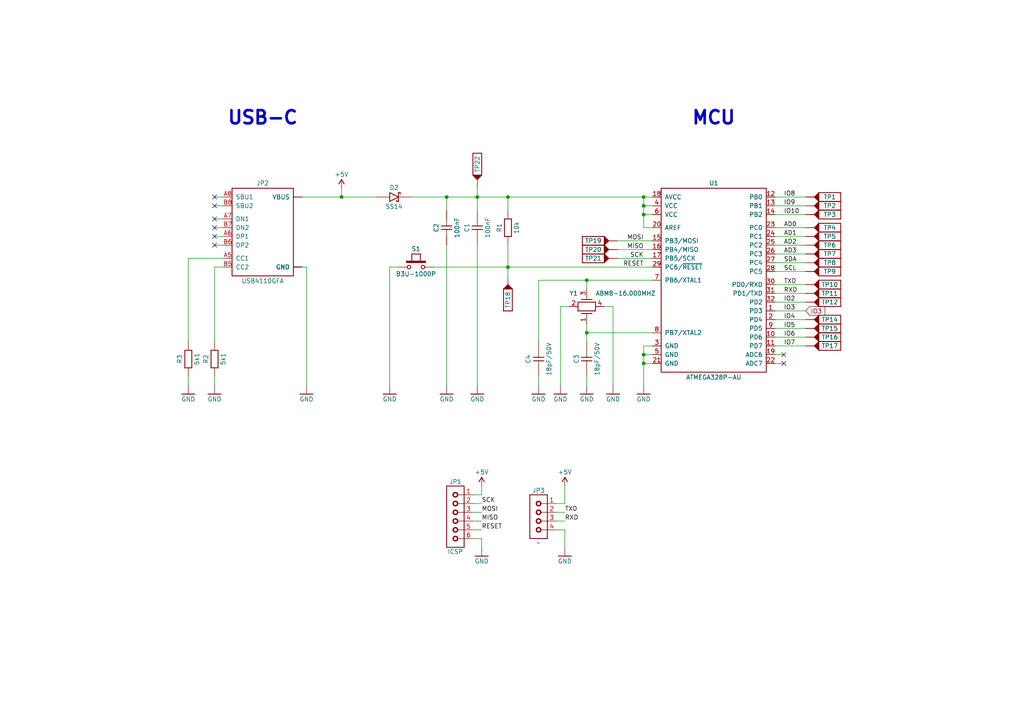
<source format=kicad_sch>
(kicad_sch (version 20250114) (generator "eeschema") (generator_version "9.0")
  (paper "A4")
  (title_block (title "PF 2026") (date "2025-12-15") (rev "R1.0"))
  (lib_symbols
    (symbol "bc-connector:JP-USB4110GFA" (pin_names (offset 1.016))
      (property "Reference" "JP" (at 0 13.462 0))
      (property "Value" "USB4110GFA" (at 0 -13.462 0))
      (symbol "JP-USB4110GFA_0_0"
        (pin bidirectional line (at 11.43 10.16 180) (length 2.54) (name "SBU1") (number "A8"))
        (pin bidirectional line (at 11.43 7.62 180) (length 2.54) (name "SBU2") (number "B8"))
        (pin bidirectional line (at 11.43 3.81 180) (length 2.54) (name "DN1") (number "A7"))
        (pin bidirectional line (at 11.43 1.27 180) (length 2.54) (name "DN2") (number "B7"))
        (pin bidirectional line (at 11.43 -1.27 180) (length 2.54) (name "DP1") (number "A6"))
        (pin bidirectional line (at 11.43 -3.81 180) (length 2.54) (name "DP2") (number "B6"))
        (pin bidirectional line (at 11.43 -10.16 180) (length 2.54) (name "CC2") (number "B5"))
      )
      (symbol "JP-USB4110GFA_1_0"
        (rectangle (start -8.89 12.7) (end 8.89 -12.7) (stroke (width 0.254)))
        (pin power_in line (at -11.43 10.16 0) (length 2.54) (name "VBUS") (number "A4/B9"))
        (pin power_in line (at -11.43 10.16 0) (length 2.54) (name "VBUS") (number "B4/A9"))
        (pin power_in line (at -11.43 -10.16 0) (length 2.54) (name "GND") (number "A1/B12"))
        (pin power_in line (at -11.43 -10.16 0) (length 2.54) (name "GND") (number "B1/A12"))
        (pin power_in line (at -11.43 -10.16 0) (length 2.54) (name "GND") (number "S1"))
        (pin power_in line (at -11.43 -10.16 0) (length 2.54) (name "GND") (number "S2"))
        (pin power_in line (at -11.43 -10.16 0) (length 2.54) (name "GND") (number "S3"))
        (pin power_in line (at -11.43 -10.16 0) (length 2.54) (name "GND") (number "S4"))
        (pin bidirectional line (at 11.43 -7.62 180) (length 2.54) (name "CC1") (number "A5"))
      )
    )
    (symbol "bh-capacitor:C-0402-100NF"
      (property "Reference" "C" (at -2.286 0 90))
      (property "Value" "100nF" (at 2.286 0 90))
      (symbol "C-0402-100NF_1_0"
        (polyline (pts (xy -1.524 0.508) (xy 0 0.508)) (stroke (width 0.254)))
        (polyline (pts (xy 0 0.508) (xy 0 2.54)) (stroke (width 0.1524)))
        (polyline (pts (xy 0 0.508) (xy 1.524 0.508)) (stroke (width 0.254)))
        (polyline (pts (xy 0 -0.508) (xy -1.524 -0.508)) (stroke (width 0.254)))
        (polyline (pts (xy 0 -2.54) (xy 0 -0.508)) (stroke (width 0.1524)))
        (polyline (pts (xy 1.524 -0.508) (xy 0 -0.508)) (stroke (width 0.254)))
        (pin passive line (at 0 5.08 270) (length 2.54) (name "1") (number "1"))
        (pin passive line (at 0 -5.08 90) (length 2.54) (name "2") (number "2"))
      )
    )
    (symbol "bh-capacitor:C-0402-18PF-50V"
      (property "Reference" "C" (at -2.286 0 90))
      (property "Value" "18pF/50V" (at 2.286 0 90))
      (symbol "C-0402-18PF-50V_1_0"
        (polyline (pts (xy -1.524 0.508) (xy 0 0.508)) (stroke (width 0.254)))
        (polyline (pts (xy 0 0.508) (xy 0 2.54)) (stroke (width 0.1524)))
        (polyline (pts (xy 0 0.508) (xy 1.524 0.508)) (stroke (width 0.254)))
        (polyline (pts (xy 0 -0.508) (xy -1.524 -0.508)) (stroke (width 0.254)))
        (polyline (pts (xy 0 -2.54) (xy 0 -0.508)) (stroke (width 0.1524)))
        (polyline (pts (xy 1.524 -0.508) (xy 0 -0.508)) (stroke (width 0.254)))
        (pin passive line (at 0 5.08 270) (length 2.54) (name "1") (number "1"))
        (pin passive line (at 0 -5.08 90) (length 2.54) (name "2") (number "2"))
      )
    )
    (symbol "bh-crystal:Y-ABM8-16.000MHZ-7-1-U-T"
      (property "Reference" "Y" (at 3.81 2.54 0))
      (property "Value" "ABM8-16.000MHZ" (at 3.81 -2.54 0))
      (symbol "Y-ABM8-16.000MHZ-7-1-U-T_1_0"
        (polyline (pts (xy -2.54 0) (xy -2.032 0)) (stroke (width 0.1524)))
        (polyline (pts (xy -2.032 1.524) (xy -2.032 0)) (stroke (width 0.254)))
        (polyline (pts (xy -2.032 0) (xy -2.032 -1.524)) (stroke (width 0.254)))
        (polyline (pts (xy -1.27 2.54) (xy -1.27 -2.54)) (stroke (width 0.254)))
        (polyline (pts (xy -1.27 -2.54) (xy 1.27 -2.54)) (stroke (width 0.254)))
        (polyline (pts (xy 1.27 2.54) (xy -1.27 2.54)) (stroke (width 0.254)))
        (polyline (pts (xy 1.27 2.54) (xy 1.27 -2.54)) (stroke (width 0.254)))
        (polyline (pts (xy 2.032 1.524) (xy 2.032 0)) (stroke (width 0.254)))
        (polyline (pts (xy 2.032 0) (xy 2.032 -1.524)) (stroke (width 0.254)))
        (polyline (pts (xy 2.54 0) (xy 2.032 0)) (stroke (width 0.1524)))
        (pin passive line (at -5.08 0 0) (length 2.54) (name "Y1") (number "1"))
        (pin passive line (at 0 5.08 270) (length 2.54) (name "GND1") (number "2"))
        (pin passive line (at 0 -5.08 90) (length 2.54) (name "GND2") (number "4"))
        (pin passive line (at 5.08 0 180) (length 2.54) (name "Y2") (number "3"))
      )
    )
    (symbol "bh-discrete:D-SS14"
      (property "Reference" "D" (at 0 2.032 0))
      (property "Value" "SS14" (at 0 -2.032 0))
      (symbol "D-SS14_1_0"
        (polyline (pts (xy -2.54 0) (xy -1.27 0)) (stroke (width 0.1524)))
        (polyline (pts (xy -1.27 1.27) (xy -1.27 0)) (stroke (width 0.254)))
        (polyline (pts (xy -1.27 0) (xy -1.27 -1.27)) (stroke (width 0.254)))
        (polyline (pts (xy -1.27 -1.27) (xy 1.27 0)) (stroke (width 0.254)))
        (polyline (pts (xy 0.762 -1.27) (xy 0.762 -0.889)) (stroke (width 0.254)))
        (polyline (pts (xy 1.27 1.27) (xy 1.27 0)) (stroke (width 0.254)))
        (polyline (pts (xy 1.27 1.27) (xy 1.778 1.27)) (stroke (width 0.254)))
        (polyline (pts (xy 1.27 0) (xy -1.27 1.27)) (stroke (width 0.254)))
        (polyline (pts (xy 1.27 0) (xy 1.27 -1.27)) (stroke (width 0.254)))
        (polyline (pts (xy 1.27 -1.27) (xy 0.762 -1.27)) (stroke (width 0.254)))
        (polyline (pts (xy 1.778 0.889) (xy 1.778 1.27)) (stroke (width 0.254)))
        (polyline (pts (xy 2.54 0) (xy 1.27 0)) (stroke (width 0.1524)))
        (pin passive line (at -5.08 0 0) (length 2.54) (name "2") (number "2"))
        (pin passive line (at 5.08 0 180) (length 2.54) (name "1") (number "1"))
      )
    )
    (symbol "bh-header:HEADER-4-PIN-THT"
      (property "Reference" "JP" (at 0 8.128 0))
      (symbol "HEADER-4-PIN-THT_1_0"
        (polyline (pts (xy -2.54 7.62) (xy -2.54 0)) (stroke (width 0.254)))
        (polyline (pts (xy -2.54 5.08) (xy -0.635 5.08)) (stroke (width 0.1524)))
        (polyline (pts (xy -2.54 2.54) (xy -0.635 2.54)) (stroke (width 0.1524)))
        (polyline (pts (xy -2.54 0) (xy -2.54 -5.08)) (stroke (width 0.254)))
        (polyline (pts (xy -2.54 0) (xy -0.635 0)) (stroke (width 0.1524)))
        (polyline (pts (xy -2.54 -2.54) (xy -0.635 -2.54)) (stroke (width 0.1524)))
        (polyline (pts (xy -2.54 -5.08) (xy 2.54 -5.08)) (stroke (width 0.254)))
        (circle (center 0 5.08) (radius 0.635) (stroke (width 0.3962)))
        (circle (center 0 2.54) (radius 0.635) (stroke (width 0.3962)))
        (circle (center 0 0) (radius 0.635) (stroke (width 0.3962)))
        (circle (center 0 -2.54) (radius 0.635) (stroke (width 0.3962)))
        (polyline (pts (xy 2.54 7.62) (xy -2.54 7.62)) (stroke (width 0.254)))
        (polyline (pts (xy 2.54 -5.08) (xy 2.54 7.62)) (stroke (width 0.254)))
        (pin passive line (at -5.08 5.08 0) (length 2.54) (name "1") (number "1"))
        (pin passive line (at -5.08 2.54 0) (length 2.54) (name "2") (number "2"))
        (pin passive line (at -5.08 0 0) (length 2.54) (name "3") (number "3"))
        (pin passive line (at -5.08 -2.54 0) (length 2.54) (name "4") (number "4"))
      )
    )
    (symbol "bh-header:HEADER-6-PIN-THT"
      (property "Reference" "JP" (at 0 10.668 0))
      (symbol "HEADER-6-PIN-THT_1_0"
        (polyline (pts (xy -2.54 10.16) (xy -2.54 2.54)) (stroke (width 0.254)))
        (polyline (pts (xy -2.54 7.62) (xy -0.635 7.62)) (stroke (width 0.1524)))
        (polyline (pts (xy -2.54 5.08) (xy -0.635 5.08)) (stroke (width 0.1524)))
        (polyline (pts (xy -2.54 2.54) (xy -2.54 -7.62)) (stroke (width 0.254)))
        (polyline (pts (xy -2.54 2.54) (xy -0.635 2.54)) (stroke (width 0.1524)))
        (polyline (pts (xy -2.54 0) (xy -0.635 0)) (stroke (width 0.1524)))
        (polyline (pts (xy -2.54 -2.54) (xy -0.635 -2.54)) (stroke (width 0.1524)))
        (polyline (pts (xy -2.54 -5.08) (xy -0.635 -5.08)) (stroke (width 0.1524)))
        (polyline (pts (xy -2.54 -7.62) (xy 2.54 -7.62)) (stroke (width 0.254)))
        (circle (center 0 7.62) (radius 0.635) (stroke (width 0.3962)))
        (circle (center 0 5.08) (radius 0.635) (stroke (width 0.3962)))
        (circle (center 0 2.54) (radius 0.635) (stroke (width 0.3962)))
        (circle (center 0 0) (radius 0.635) (stroke (width 0.3962)))
        (circle (center 0 -2.54) (radius 0.635) (stroke (width 0.3962)))
        (circle (center 0 -5.08) (radius 0.635) (stroke (width 0.3962)))
        (polyline (pts (xy 2.54 10.16) (xy -2.54 10.16)) (stroke (width 0.254)))
        (polyline (pts (xy 2.54 -7.62) (xy 2.54 10.16)) (stroke (width 0.254)))
        (pin passive line (at -5.08 7.62 0) (length 2.54) (name "1") (number "1"))
        (pin passive line (at -5.08 5.08 0) (length 2.54) (name "2") (number "2"))
        (pin passive line (at -5.08 2.54 0) (length 2.54) (name "3") (number "3"))
        (pin passive line (at -5.08 0 0) (length 2.54) (name "4") (number "4"))
        (pin passive line (at -5.08 -2.54 0) (length 2.54) (name "5") (number "5"))
        (pin passive line (at -5.08 -5.08 0) (length 2.54) (name "6") (number "6"))
      )
    )
    (symbol "bh-microcontroller:U-ATMEGA328P-AU" (pin_names (offset 1.016))
      (property "Reference" "U" (at 0 27.432 0))
      (property "Value" "ATMEGA328P-AU" (at 0 -27.432 0))
      (symbol "U-ATMEGA328P-AU_0_0"
        (pin power_in line (at -17.78 24.13 0) (length 2.54) (name "AVCC") (number "18"))
        (pin power_in line (at -17.78 21.59 0) (length 2.54) (name "VCC") (number "4"))
        (pin input line (at -17.78 15.24 0) (length 2.54) (name "AREF") (number "20"))
        (pin bidirectional line (at -17.78 3.81 0) (length 2.54) (name "PC6/~{RESET}") (number "29"))
        (pin power_in line (at -17.78 -19.05 0) (length 2.54) (name "GND") (number "3"))
        (pin bidirectional line (at 17.78 21.59 180) (length 2.54) (name "PB1") (number "13"))
        (pin bidirectional line (at 17.78 19.05 180) (length 2.54) (name "PB2") (number "14"))
        (pin bidirectional line (at 17.78 15.24 180) (length 2.54) (name "PC0") (number "23"))
        (pin bidirectional line (at 17.78 12.7 180) (length 2.54) (name "PC1") (number "24"))
        (pin bidirectional line (at 17.78 10.16 180) (length 2.54) (name "PC2") (number "25"))
        (pin bidirectional line (at 17.78 7.62 180) (length 2.54) (name "PC3") (number "26"))
        (pin bidirectional line (at 17.78 5.08 180) (length 2.54) (name "PC4") (number "27"))
        (pin bidirectional line (at 17.78 2.54 180) (length 2.54) (name "PC5") (number "28"))
        (pin bidirectional line (at 17.78 -6.35 180) (length 2.54) (name "PD2") (number "32"))
        (pin bidirectional line (at 17.78 -8.89 180) (length 2.54) (name "PD3") (number "1"))
        (pin bidirectional line (at 17.78 -11.43 180) (length 2.54) (name "PD4") (number "2"))
        (pin bidirectional line (at 17.78 -13.97 180) (length 2.54) (name "PD5") (number "9"))
        (pin bidirectional line (at 17.78 -16.51 180) (length 2.54) (name "PD6") (number "10"))
        (pin bidirectional line (at 17.78 -19.05 180) (length 2.54) (name "PD7") (number "11"))
        (pin bidirectional line (at 17.78 -21.59 180) (length 2.54) (name "ADC6") (number "19"))
        (pin bidirectional line (at 17.78 -24.13 180) (length 2.54) (name "ADC7") (number "22"))
      )
      (symbol "U-ATMEGA328P-AU_1_0"
        (rectangle (start -15.24 26.67) (end 15.24 -26.67) (stroke (width 0.254)))
        (pin power_in line (at -17.78 19.05 0) (length 2.54) (name "VCC") (number "6"))
        (pin bidirectional line (at -17.78 11.43 0) (length 2.54) (name "PB3/MOSI") (number "15"))
        (pin bidirectional line (at -17.78 8.89 0) (length 2.54) (name "PB4/MISO") (number "16"))
        (pin bidirectional line (at -17.78 6.35 0) (length 2.54) (name "PB5/SCK") (number "17"))
        (pin bidirectional line (at -17.78 0 0) (length 2.54) (name "PB6/XTAL1") (number "7"))
        (pin bidirectional line (at -17.78 -15.24 0) (length 2.54) (name "PB7/XTAL2") (number "8"))
        (pin power_in line (at -17.78 -21.59 0) (length 2.54) (name "GND") (number "5"))
        (pin power_in line (at -17.78 -24.13 0) (length 2.54) (name "GND") (number "21"))
        (pin bidirectional line (at 17.78 24.13 180) (length 2.54) (name "PB0") (number "12"))
        (pin bidirectional line (at 17.78 -1.27 180) (length 2.54) (name "PD0/RXD") (number "30"))
        (pin bidirectional line (at 17.78 -3.81 180) (length 2.54) (name "PD1/TXD") (number "31"))
      )
    )
    (symbol "bh-resistor:R-0402-10K"
      (property "Reference" "R" (at 0 1.778 0))
      (property "Value" "10k" (at 0 -1.778 0))
      (symbol "R-0402-10K_1_0"
        (polyline (pts (xy -2.54 1.016) (xy 2.54 1.016)) (stroke (width 0.254)))
        (polyline (pts (xy -2.54 -1.016) (xy -2.54 1.016)) (stroke (width 0.254)))
        (polyline (pts (xy 2.54 1.016) (xy 2.54 -1.016)) (stroke (width 0.254)))
        (polyline (pts (xy 2.54 -1.016) (xy -2.54 -1.016)) (stroke (width 0.254)))
        (pin passive line (at -5.08 0 0) (length 2.54) (name "1") (number "1"))
        (pin passive line (at 5.08 0 180) (length 2.54) (name "2") (number "2"))
      )
    )
    (symbol "bh-resistor:R-0402-5K1"
      (property "Reference" "R" (at 0 1.778 0))
      (property "Value" "5k1" (at 0 -1.778 0))
      (symbol "R-0402-5K1_1_0"
        (polyline (pts (xy -2.54 1.016) (xy 2.54 1.016)) (stroke (width 0.254)))
        (polyline (pts (xy -2.54 -1.016) (xy -2.54 1.016)) (stroke (width 0.254)))
        (polyline (pts (xy 2.54 1.016) (xy 2.54 -1.016)) (stroke (width 0.254)))
        (polyline (pts (xy 2.54 -1.016) (xy -2.54 -1.016)) (stroke (width 0.254)))
        (pin passive line (at -5.08 0 0) (length 2.54) (name "1") (number "1"))
        (pin passive line (at 5.08 0 180) (length 2.54) (name "2") (number "2"))
      )
    )
    (symbol "bh-supply:+5V" (power)
      (property "Value" "+5V" (at 0 3.302 0))
      (symbol "+5V_1_0"
        (polyline (pts (xy 0 2.54) (xy -0.762 1.27)) (stroke (width 0.254)))
        (polyline (pts (xy 0.762 1.27) (xy 0 2.54)) (stroke (width 0.254)))
        (pin power_in line (at 0 0 90) (length 2.54) (name "+5V") (number "1"))
      )
    )
    (symbol "bh-supply:GND" (power)
      (property "Value" "GND" (at 0 -0.762 0))
      (symbol "GND_1_0"
        (polyline (pts (xy -1.905 0) (xy 1.905 0)) (stroke (width 0.254)))
        (pin power_in line (at 0 2.54 270) (length 2.54) (name "GND") (number "1"))
      )
    )
    (symbol "bh-switch:S-B3U-1000P"
      (property "Reference" "S" (at 0 4.572 0))
      (property "Value" "B3U-1000P" (at 0 -1.27 0))
      (symbol "S-B3U-1000P_1_0"
        (polyline (pts (xy -5.08 0) (xy -2.54 0)) (stroke (width 0.1524)))
        (rectangle (start -2.794 1.27) (end 2.794 1.778) (fill (type outline)))
        (circle (center -2.032 0) (radius 0.508) (stroke (width 0.254)))
        (polyline (pts (xy -1.2065 3.81) (xy 1.27 3.81)) (stroke (width 0.254)))
        (polyline (pts (xy -1.2065 1.524) (xy -1.2065 3.81)) (stroke (width 0.254)))
        (polyline (pts (xy 1.27 3.81) (xy 1.27 1.524)) (stroke (width 0.254)))
        (circle (center 2.032 0) (radius 0.508) (stroke (width 0.254)))
        (polyline (pts (xy 2.54 0) (xy 5.08 0)) (stroke (width 0.1524)))
        (pin passive line (at -5.08 0 0) (length 0) (name "1") (number "1"))
        (pin passive line (at 5.08 0 180) (length 0) (name "2") (number "2"))
      )
    )
    (symbol "bh-testpoint:TP-1.0-MM"
      (property "Reference" "TP" (at 6.985 0 0))
      (symbol "TP-1.0-MM_1_0"
        (polyline (pts (xy 2.54 0) (xy 3.81 1.27)) (stroke (width 0.254)))
        (polyline (pts (xy 2.794 -0.127) (xy 2.794 0.127)) (stroke (width 0.254)))
        (polyline (pts (xy 2.921 0.254) (xy 2.921 -0.254)) (stroke (width 0.254)))
        (polyline (pts (xy 3.048 0.381) (xy 3.048 -0.381)) (stroke (width 0.254)))
        (polyline (pts (xy 3.175 0.508) (xy 3.175 -0.508)) (stroke (width 0.254)))
        (polyline (pts (xy 3.302 0.635) (xy 3.302 -0.635)) (stroke (width 0.254)))
        (polyline (pts (xy 3.429 0.762) (xy 3.429 -0.762)) (stroke (width 0.254)))
        (polyline (pts (xy 3.556 0.889) (xy 3.556 -0.889)) (stroke (width 0.254)))
        (polyline (pts (xy 3.683 1.016) (xy 3.683 -1.016)) (stroke (width 0.254)))
        (polyline (pts (xy 3.81 1.27) (xy 3.81 -1.27)) (stroke (width 0.254)))
        (polyline (pts (xy 3.81 1.27) (xy 10.16 1.27)) (stroke (width 0.254)))
        (polyline (pts (xy 3.81 -1.27) (xy 2.54 0)) (stroke (width 0.254)))
        (polyline (pts (xy 10.16 1.27) (xy 10.16 -1.27)) (stroke (width 0.254)))
        (polyline (pts (xy 10.16 -1.27) (xy 3.81 -1.27)) (stroke (width 0.254)))
        (pin passive line (at 0 0 0) (length 2.54) (name "0") (number "0"))
      )
    )
  )
  (text "MCU" (at 207.01 34.29 0) (effects (font (size 3.81 3.81) (thickness 0.762) (bold yes))))
  (text "USB-C" (at 76.2 34.29 0) (effects (font (size 3.81 3.81) (thickness 0.762) (bold yes))))
  (junction (at 129.54 57.15))
  (junction (at 186.69 105.41))
  (junction (at 186.69 102.87))
  (junction (at 147.32 77.47))
  (junction (at 170.18 96.52))
  (junction (at 147.32 57.15))
  (junction (at 138.43 57.15))
  (junction (at 186.69 59.69))
  (junction (at 170.18 81.28))
  (junction (at 186.69 62.23))
  (junction (at 99.06 57.15))
  (junction (at 186.69 57.15))
  (no_connect (at 62.23 63.5))
  (no_connect (at 62.23 59.69))
  (no_connect (at 62.23 68.58))
  (no_connect (at 62.23 66.04))
  (no_connect (at 227.33 102.87))
  (no_connect (at 227.33 105.41))
  (no_connect (at 62.23 71.12))
  (no_connect (at 62.23 57.15))
  (wire (pts (xy 179.07 72.39) (xy 189.23 72.39)))
  (wire (pts (xy 175.26 88.9) (xy 177.8 88.9)))
  (wire (pts (xy 137.16 151.13) (xy 139.7 151.13)))
  (wire (pts (xy 156.21 109.22) (xy 156.21 111.76)))
  (wire (pts (xy 224.79 102.87) (xy 227.33 102.87)))
  (wire (pts (xy 224.79 73.66) (xy 233.68 73.66)))
  (wire (pts (xy 224.79 71.12) (xy 233.68 71.12)))
  (wire (pts (xy 147.32 77.47) (xy 189.23 77.47)))
  (wire (pts (xy 186.69 105.41) (xy 186.69 111.76)))
  (wire (pts (xy 147.32 71.12) (xy 147.32 77.47)))
  (wire (pts (xy 224.79 95.25) (xy 233.68 95.25)))
  (wire (pts (xy 139.7 140.97) (xy 139.7 143.51)))
  (wire (pts (xy 186.69 105.41) (xy 186.69 102.87)))
  (wire (pts (xy 64.77 71.12) (xy 62.23 71.12)))
  (wire (pts (xy 129.54 71.12) (xy 129.54 111.76)))
  (wire (pts (xy 138.43 71.12) (xy 138.43 111.76)))
  (wire (pts (xy 224.79 68.58) (xy 233.68 68.58)))
  (wire (pts (xy 186.69 57.15) (xy 186.69 59.69)))
  (wire (pts (xy 224.79 57.15) (xy 233.68 57.15)))
  (wire (pts (xy 62.23 77.47) (xy 64.77 77.47)))
  (wire (pts (xy 64.77 74.93) (xy 54.61 74.93)))
  (wire (pts (xy 137.16 146.05) (xy 139.7 146.05)))
  (wire (pts (xy 189.23 105.41) (xy 186.69 105.41)))
  (wire (pts (xy 64.77 59.69) (xy 62.23 59.69)))
  (wire (pts (xy 64.77 57.15) (xy 62.23 57.15)))
  (wire (pts (xy 64.77 66.04) (xy 62.23 66.04)))
  (wire (pts (xy 170.18 83.82) (xy 170.18 81.28)))
  (wire (pts (xy 62.23 109.22) (xy 62.23 111.76)))
  (wire (pts (xy 129.54 60.96) (xy 129.54 57.15)))
  (wire (pts (xy 224.79 82.55) (xy 233.68 82.55)))
  (wire (pts (xy 224.79 66.04) (xy 233.68 66.04)))
  (wire (pts (xy 186.69 62.23) (xy 186.69 59.69)))
  (wire (pts (xy 137.16 156.21) (xy 139.7 156.21)))
  (wire (pts (xy 224.79 78.74) (xy 233.68 78.74)))
  (wire (pts (xy 170.18 93.98) (xy 170.18 96.52)))
  (wire (pts (xy 129.54 57.15) (xy 138.43 57.15)))
  (wire (pts (xy 156.21 81.28) (xy 170.18 81.28)))
  (wire (pts (xy 54.61 109.22) (xy 54.61 111.76)))
  (wire (pts (xy 147.32 57.15) (xy 186.69 57.15)))
  (wire (pts (xy 170.18 109.22) (xy 170.18 111.76)))
  (wire (pts (xy 165.1 88.9) (xy 162.56 88.9)))
  (wire (pts (xy 179.07 69.85) (xy 189.23 69.85)))
  (wire (pts (xy 186.69 62.23) (xy 186.69 66.04)))
  (wire (pts (xy 189.23 57.15) (xy 186.69 57.15)))
  (wire (pts (xy 138.43 60.96) (xy 138.43 57.15)))
  (wire (pts (xy 125.73 77.47) (xy 147.32 77.47)))
  (wire (pts (xy 88.9 77.47) (xy 88.9 111.76)))
  (wire (pts (xy 224.79 85.09) (xy 233.68 85.09)))
  (wire (pts (xy 64.77 63.5) (xy 62.23 63.5)))
  (wire (pts (xy 186.69 100.33) (xy 186.69 102.87)))
  (wire (pts (xy 64.77 68.58) (xy 62.23 68.58)))
  (wire (pts (xy 179.07 74.93) (xy 189.23 74.93)))
  (wire (pts (xy 138.43 54.61) (xy 138.43 57.15)))
  (wire (pts (xy 224.79 90.17) (xy 233.68 90.17)))
  (wire (pts (xy 189.23 100.33) (xy 186.69 100.33)))
  (wire (pts (xy 163.83 146.05) (xy 161.29 146.05)))
  (wire (pts (xy 170.18 81.28) (xy 189.23 81.28)))
  (wire (pts (xy 163.83 140.97) (xy 163.83 146.05)))
  (wire (pts (xy 161.29 148.59) (xy 163.83 148.59)))
  (wire (pts (xy 147.32 77.47) (xy 147.32 80.01)))
  (wire (pts (xy 186.69 66.04) (xy 189.23 66.04)))
  (wire (pts (xy 113.03 77.47) (xy 115.57 77.47)))
  (wire (pts (xy 137.16 153.67) (xy 139.7 153.67)))
  (wire (pts (xy 99.06 54.61) (xy 99.06 57.15)))
  (wire (pts (xy 224.79 87.63) (xy 233.68 87.63)))
  (wire (pts (xy 137.16 148.59) (xy 139.7 148.59)))
  (wire (pts (xy 156.21 99.06) (xy 156.21 81.28)))
  (wire (pts (xy 224.79 92.71) (xy 233.68 92.71)))
  (wire (pts (xy 99.06 57.15) (xy 87.63 57.15)))
  (wire (pts (xy 113.03 111.76) (xy 113.03 77.47)))
  (wire (pts (xy 99.06 57.15) (xy 109.22 57.15)))
  (wire (pts (xy 137.16 143.51) (xy 139.7 143.51)))
  (wire (pts (xy 88.9 77.47) (xy 87.63 77.47)))
  (wire (pts (xy 62.23 99.06) (xy 62.23 77.47)))
  (wire (pts (xy 186.69 59.69) (xy 189.23 59.69)))
  (wire (pts (xy 170.18 96.52) (xy 170.18 99.06)))
  (wire (pts (xy 147.32 57.15) (xy 147.32 60.96)))
  (wire (pts (xy 161.29 151.13) (xy 163.83 151.13)))
  (wire (pts (xy 189.23 62.23) (xy 186.69 62.23)))
  (wire (pts (xy 119.38 57.15) (xy 129.54 57.15)))
  (wire (pts (xy 186.69 102.87) (xy 189.23 102.87)))
  (wire (pts (xy 170.18 96.52) (xy 189.23 96.52)))
  (wire (pts (xy 224.79 100.33) (xy 233.68 100.33)))
  (wire (pts (xy 138.43 57.15) (xy 147.32 57.15)))
  (wire (pts (xy 139.7 156.21) (xy 139.7 158.75)))
  (wire (pts (xy 162.56 88.9) (xy 162.56 111.76)))
  (wire (pts (xy 224.79 105.41) (xy 227.33 105.41)))
  (wire (pts (xy 224.79 97.79) (xy 233.68 97.79)))
  (wire (pts (xy 224.79 76.2) (xy 233.68 76.2)))
  (wire (pts (xy 163.83 153.67) (xy 161.29 153.67)))
  (wire (pts (xy 224.79 62.23) (xy 233.68 62.23)))
  (wire (pts (xy 163.83 158.75) (xy 163.83 153.67)))
  (wire (pts (xy 224.79 59.69) (xy 233.68 59.69)))
  (wire (pts (xy 54.61 74.93) (xy 54.61 99.06)))
  (wire (pts (xy 177.8 88.9) (xy 177.8 111.76)))
  (label "AD3" (at 227.33 73.66 0))
  (label "IO4" (at 227.33 92.71 0))
  (label "AD2" (at 227.33 71.12 0))
  (label "SCL" (at 227.33 78.74 0))
  (label "RXD" (at 163.83 151.13 0))
  (label "IO5" (at 227.33 95.25 0))
  (label "SCK" (at 186.69 74.93 180))
  (label "TXD" (at 227.33 82.55 0))
  (label "IO8" (at 227.33 57.15 0))
  (label "MOSI" (at 139.7 148.59 0))
  (label "MOSI" (at 186.69 69.85 180))
  (label "AD1" (at 227.33 68.58 0))
  (label "SDA" (at 227.33 76.2 0))
  (label "AD0" (at 227.33 66.04 0))
  (label "IO3" (at 227.33 90.17 0))
  (label "IO2" (at 227.33 87.63 0))
  (label "RESET" (at 139.7 153.67 0))
  (label "IO9" (at 227.33 59.69 0))
  (label "RXD" (at 227.33 85.09 0))
  (label "IO10" (at 227.33 62.23 0))
  (label "RESET" (at 186.69 77.47 180))
  (label "IO6" (at 227.33 97.79 0))
  (label "MISO" (at 186.69 72.39 180))
  (label "SCK" (at 139.7 146.05 0))
  (label "MISO" (at 139.7 151.13 0))
  (label "IO7" (at 227.33 100.33 0))
  (label "TXD" (at 163.83 148.59 0))
  (global_label "IO3" (shape input) (at 233.68 90.17 0) (property "Intersheetrefs" "${INTERSHEET_REFS}" (effects (hide yes))))
  (symbol (lib_id "bh-supply:GND") (at 88.9 114.3 0) (mirror y) (unit 1)
    (property "Reference" "#GND011" (effects (hide yes)))
    (property "Value" "GND" (at 88.9 115.062 0) (effects (justify top)))
  )
  (symbol (lib_id "bh-supply:GND") (at 113.03 114.3 0) (unit 1)
    (property "Reference" "#GND04" (effects (hide yes)))
    (property "Value" "GND" (at 113.03 115.062 0) (effects (justify top)))
  )
  (symbol (lib_id "bh-resistor:R-0402-5K1") (at 54.61 104.14 90) (mirror x) (unit 1)
    (property "Reference" "R3" (at 52.832 104.14 0) (effects (justify bottom)))
    (property "Value" "5k1" (at 56.388 104.14 0) (effects (justify top)))
    (property "Footprint" "bh-resistor:RESISTOR-0402_R" (effects (hide yes)))
    (property "Description" "Resistor 5k1 1% 100ppm 63mW" (effects (hide yes)))
    (property "Package Description" "0402" (effects (hide yes)))
    (property "Mounting Technology" "SMT" (effects (hide yes)))
    (property "BHPN" "BH-R-0402-5K1" (effects (hide yes)))
  )
  (symbol (lib_id "bh-testpoint:TP-1.0-MM") (at 233.68 76.2 0) (unit 1)
    (property "Reference" "TP8" (at 240.665 76.2 0))
    (property "Footprint" "bh-testpoint:TP-1.0-MM" (effects (hide yes)))
  )
  (symbol (lib_id "bh-supply:GND") (at 156.21 114.3 0) (unit 1)
    (property "Reference" "#GND06" (effects (hide yes)))
    (property "Value" "GND" (at 156.21 115.062 0) (effects (justify top)))
  )
  (symbol (lib_id "bh-supply:GND") (at 138.43 114.3 0) (unit 1)
    (property "Reference" "#GND01" (effects (hide yes)))
    (property "Value" "GND" (at 138.43 115.062 0) (effects (justify top)))
  )
  (symbol (lib_id "bh-testpoint:TP-1.0-MM") (at 179.07 72.39 180) (unit 1)
    (property "Reference" "TP20" (at 172.085 72.39 0))
    (property "Footprint" "bh-testpoint:TP-1.0-MM" (effects (hide yes)))
  )
  (symbol (lib_id "bh-testpoint:TP-1.0-MM") (at 233.68 87.63 0) (unit 1)
    (property "Reference" "TP12" (at 240.665 87.63 0))
    (property "Footprint" "bh-testpoint:TP-1.0-MM" (effects (hide yes)))
  )
  (symbol (lib_id "bh-testpoint:TP-1.0-MM") (at 233.68 68.58 0) (unit 1)
    (property "Reference" "TP5" (at 240.665 68.58 0))
    (property "Footprint" "bh-testpoint:TP-1.0-MM" (effects (hide yes)))
  )
  (symbol (lib_id "bh-testpoint:TP-1.0-MM") (at 233.68 100.33 0) (unit 1)
    (property "Reference" "TP17" (at 240.665 100.33 0))
    (property "Footprint" "bh-testpoint:TP-1.0-MM" (effects (hide yes)))
  )
  (symbol (lib_id "bh-resistor:R-0402-10K") (at 147.32 66.04 90) (unit 1)
    (property "Reference" "R1" (at 145.542 66.04 0) (effects (justify bottom)))
    (property "Value" "10k" (at 149.098 66.04 0) (effects (justify top)))
    (property "Footprint" "bh-resistor:RESISTOR-0402_R" (effects (hide yes)))
    (property "Datasheet" "https://drive.google.com/file/d/1v2H4QIQ9nBlTNz5lVGbK628c_TxdAsVw/view?usp=share_link" (effects (hide yes)))
    (property "Description" "Resistor 10k 1% 50ppm 62.5mW" (effects (hide yes)))
    (property "Package Description" "0402" (effects (hide yes)))
    (property "Mounting Technology" "SMT" (effects (hide yes)))
    (property "Supplier Name" "Mouser" (effects (hide yes)))
    (property "Supplier Part Number" "603-RT0402FRE0710KL" (effects (hide yes)))
    (property "Manufacturer Part Number" "RT0402FRE0710KL" (effects (hide yes)))
    (property "Manufacturer Name" "YAGEO" (effects (hide yes)))
    (property "BHPN" "BH-R-0402-10K" (effects (hide yes)))
  )
  (symbol (lib_id "bh-testpoint:TP-1.0-MM") (at 233.68 92.71 0) (unit 1)
    (property "Reference" "TP14" (at 240.665 92.71 0))
    (property "Footprint" "bh-testpoint:TP-1.0-MM" (effects (hide yes)))
  )
  (symbol (lib_id "bh-supply:+5V") (at 163.83 140.97 0) (unit 1)
    (property "Reference" "#+5V03" (effects (hide yes)))
    (property "Value" "+5V" (at 163.83 137.668 0) (effects (justify bottom)))
  )
  (symbol (lib_id "bh-supply:GND") (at 139.7 161.29 0) (unit 1)
    (property "Reference" "#GND09" (effects (hide yes)))
    (property "Value" "GND" (at 139.7 162.052 0) (effects (justify top)))
  )
  (symbol (lib_id "bh-header:HEADER-6-PIN-THT") (at 132.08 151.13 0) (mirror y) (unit 1)
    (property "Reference" "JP1" (at 132.08 140.462 0) (effects (justify bottom)))
    (property "Value" "ICSP" (at 132.08 159.258 0) (effects (justify top)))
    (property "Footprint" "bh-header:HEADER-6-PIN-THT" (effects (hide yes)))
    (property "Datasheet" "https://drive.google.com/file/d/1c_AKk4aL-DOjRudTASjJo-9BqRnHcXsY/view?usp=share_link" (effects (hide yes)))
    (property "Description" "THT Pin 6-pin 6.0mm" (effects (hide yes)))
    (property "Supplier Part Number" "710-61300611121" (effects (hide yes)))
    (property "Supplier Name" "Mouser" (effects (hide yes)))
    (property "Manufacturer Part Number" "61300611121" (effects (hide yes)))
    (property "Manufacturer Name" "Wurth" (effects (hide yes)))
    (property "Mounting Technology" "THT" (effects (hide yes)))
    (property "Package Description" "pitch 2.54mm" (effects (hide yes)))
    (property "BHPN" "BH-HEADER-6-PIN-THT" (effects (hide yes)))
  )
  (symbol (lib_id "bh-capacitor:C-0402-100NF") (at 129.54 66.04 0) (unit 1)
    (property "Reference" "C2" (at 127.254 66.04 90) (effects (justify bottom)))
    (property "Value" "100nF" (at 131.826 66.04 90) (effects (justify top)))
    (property "Footprint" "bh-capacitor:CAPACITOR-0402_R" (effects (hide yes)))
    (property "Description" "Capacitor 100nF 10% ≥25V X5R" (effects (hide yes)))
    (property "Package Description" "0402" (effects (hide yes)))
    (property "Mounting Technology" "SMT" (effects (hide yes)))
    (property "Manufacturer Name" "AVX" (effects (hide yes)))
    (property "BHPN" "BH-C-0402-100NF" (effects (hide yes)))
  )
  (symbol (lib_id "bh-resistor:R-0402-5K1") (at 62.23 104.14 90) (mirror x) (unit 1)
    (property "Reference" "R2" (at 60.452 104.14 0) (effects (justify bottom)))
    (property "Value" "5k1" (at 64.008 104.14 0) (effects (justify top)))
    (property "Footprint" "bh-resistor:RESISTOR-0402_R" (effects (hide yes)))
    (property "Description" "Resistor 5k1 1% 100ppm 63mW" (effects (hide yes)))
    (property "Package Description" "0402" (effects (hide yes)))
    (property "Mounting Technology" "SMT" (effects (hide yes)))
    (property "BHPN" "BH-R-0402-5K1" (effects (hide yes)))
  )
  (symbol (lib_id "bh-testpoint:TP-1.0-MM") (at 233.68 59.69 0) (unit 1)
    (property "Reference" "TP2" (at 240.665 59.69 0))
    (property "Footprint" "bh-testpoint:TP-1.0-MM" (effects (hide yes)))
  )
  (symbol (lib_id "bh-testpoint:TP-1.0-MM") (at 233.68 66.04 0) (unit 1)
    (property "Reference" "TP4" (at 240.665 66.04 0))
    (property "Footprint" "bh-testpoint:TP-1.0-MM" (effects (hide yes)))
  )
  (symbol (lib_id "bh-supply:GND") (at 170.18 114.3 0) (unit 1)
    (property "Reference" "#GND05" (effects (hide yes)))
    (property "Value" "GND" (at 170.18 115.062 0) (effects (justify top)))
  )
  (symbol (lib_id "bh-supply:GND") (at 129.54 114.3 0) (unit 1)
    (property "Reference" "#GND02" (effects (hide yes)))
    (property "Value" "GND" (at 129.54 115.062 0) (effects (justify top)))
  )
  (symbol (lib_id "bh-supply:GND") (at 162.56 114.3 0) (unit 1)
    (property "Reference" "#GND07" (effects (hide yes)))
    (property "Value" "GND" (at 162.56 115.062 0) (effects (justify top)))
  )
  (symbol (lib_id "bh-switch:S-B3U-1000P") (at 120.65 77.47 0) (unit 1)
    (property "Reference" "S1" (at 120.65 72.898 0) (effects (justify bottom)))
    (property "Value" "B3U-1000P" (at 120.65 78.74 0) (effects (justify top)))
    (property "Footprint" "bh-switch:B3U-1000P_R" (effects (hide yes)))
    (property "Datasheet" "https://drive.google.com/file/d/1DTDDIcif3VKbMkppHFycm2a8FClzvRfL/view?usp=share_link" (effects (hide yes)))
    (property "Description" "Push button 12V 50mA OFF-ON" (effects (hide yes)))
    (property "Supplier Part Number" "653-B3U-1000P" (effects (hide yes)))
    (property "Supplier Name" "Mouser" (effects (hide yes)))
    (property "Manufacturer Part Number" "B3U-1000P" (effects (hide yes)))
    (property "Manufacturer Name" "Omron" (effects (hide yes)))
    (property "Mounting Technology" "SMT" (effects (hide yes)))
    (property "Package Description" "2.5x3x1.2 mm" (effects (hide yes)))
    (property "BHPN" "BH-S-B3U-1000P" (effects (hide yes)))
  )
  (symbol (lib_id "bh-capacitor:C-0402-18PF-50V") (at 170.18 104.14 0) (unit 1)
    (property "Reference" "C3" (at 167.894 104.14 90) (effects (justify bottom)))
    (property "Value" "18pF/50V" (at 172.466 104.14 90) (effects (justify top)))
    (property "Footprint" "bh-capacitor:CAPACITOR-0402_R" (effects (hide yes)))
    (property "Datasheet" "https://drive.google.com/file/d/1CFLrWYdYGcyv37iaiqwyHYtlG2vbhUbO/view?usp=share_link" (effects (hide yes)))
    (property "Description" "Capacitor 18pF 5% 50V NP0" (effects (hide yes)))
    (property "Supplier Part Number" "581-04025A180JAT4A" (effects (hide yes)))
    (property "Supplier Name" "Mouser" (effects (hide yes)))
    (property "Manufacturer Part Number" "04025A180JAT4A" (effects (hide yes)))
    (property "Manufacturer Name" "AVX" (effects (hide yes)))
    (property "Mounting Technology" "SMT" (effects (hide yes)))
    (property "Package Description" "0402" (effects (hide yes)))
    (property "BHPN" "BH-C-0402-18PF-50V" (effects (hide yes)))
  )
  (symbol (lib_id "bc-connector:JP-USB4110GFA") (at 76.2 67.31 0) (mirror y) (unit 1)
    (property "Reference" "JP2" (at 76.2 53.848 0) (effects (justify bottom)))
    (property "Value" "USB4110GFA" (at 76.2 80.772 0) (effects (justify top)))
    (property "Footprint" "bc-connector:USB4110GFA_R" (effects (hide yes)))
    (property "Description" "USB Type C 2.0 Connector to PCB Right Angle" (effects (hide yes)))
    (property "Supplier Part Number" "640-USB4110-GF-A" (effects (hide yes)))
    (property "Supplier Name" "Mouser" (effects (hide yes)))
    (property "Manufacturer Part Number" "USB4110-GF-A" (effects (hide yes)))
    (property "Manufacturer Name" "GCT" (effects (hide yes)))
    (property "Mounting Technology" "SMT" (effects (hide yes)))
    (property "BCPN" "BC-JP-USB4110GFA" (effects (hide yes)))
  )
  (symbol (lib_id "bh-supply:+5V") (at 139.7 140.97 0) (unit 1)
    (property "Reference" "#+5V02" (effects (hide yes)))
    (property "Value" "+5V" (at 139.7 137.668 0) (effects (justify bottom)))
  )
  (symbol (lib_id "bh-testpoint:TP-1.0-MM") (at 147.32 80.01 270) (unit 1)
    (property "Reference" "TP18" (at 147.32 86.995 0))
    (property "Footprint" "bh-testpoint:TP-1.0-MM" (effects (hide yes)))
  )
  (symbol (lib_id "bh-testpoint:TP-1.0-MM") (at 179.07 74.93 180) (unit 1)
    (property "Reference" "TP21" (at 172.085 74.93 0))
    (property "Footprint" "bh-testpoint:TP-1.0-MM" (effects (hide yes)))
  )
  (symbol (lib_id "bh-testpoint:TP-1.0-MM") (at 233.68 82.55 0) (unit 1)
    (property "Reference" "TP10" (at 240.665 82.55 0))
    (property "Footprint" "bh-testpoint:TP-1.0-MM" (effects (hide yes)))
  )
  (symbol (lib_id "bh-testpoint:TP-1.0-MM") (at 233.68 97.79 0) (unit 1)
    (property "Reference" "TP16" (at 240.665 97.79 0))
    (property "Footprint" "bh-testpoint:TP-1.0-MM" (effects (hide yes)))
  )
  (symbol (lib_id "bh-capacitor:C-0402-18PF-50V") (at 156.21 104.14 0) (unit 1)
    (property "Reference" "C4" (at 153.924 104.14 90) (effects (justify bottom)))
    (property "Value" "18pF/50V" (at 158.496 104.14 90) (effects (justify top)))
    (property "Footprint" "bh-capacitor:CAPACITOR-0402_R" (effects (hide yes)))
    (property "Datasheet" "https://drive.google.com/file/d/1CFLrWYdYGcyv37iaiqwyHYtlG2vbhUbO/view?usp=share_link" (effects (hide yes)))
    (property "Description" "Capacitor 18pF 5% 50V NP0" (effects (hide yes)))
    (property "Supplier Part Number" "581-04025A180JAT4A" (effects (hide yes)))
    (property "Supplier Name" "Mouser" (effects (hide yes)))
    (property "Manufacturer Part Number" "04025A180JAT4A" (effects (hide yes)))
    (property "Manufacturer Name" "AVX" (effects (hide yes)))
    (property "Mounting Technology" "SMT" (effects (hide yes)))
    (property "Package Description" "0402" (effects (hide yes)))
    (property "BHPN" "BH-C-0402-18PF-50V" (effects (hide yes)))
  )
  (symbol (lib_id "bh-crystal:Y-ABM8-16.000MHZ-7-1-U-T") (at 170.18 88.9 90) (unit 1)
    (property "Reference" "Y1" (at 167.64 85.09 90) (effects (justify left)))
    (property "Value" "ABM8-16.000MHZ" (at 172.72 85.09 90) (effects (justify right)))
    (property "Footprint" "bh-crystal:ABM8-16.000MHZ-7-1-U-T_R" (effects (hide yes)))
    (property "Datasheet" "https://drive.google.com/file/d/18-i1iudKUk9gV6ZjaWAKsasKqv4wapBt/view?usp=sharing" (effects (hide yes)))
    (property "Description" "Crystal 16.000MHz 10ppm 18pF" (effects (hide yes)))
    (property "Supplier Part Number" "815-ABM8-16-7-1-U-T" (effects (hide yes)))
    (property "Supplier Name" "Mouser" (effects (hide yes)))
    (property "Manufacturer Part Number" "ABM8-16.000MHZ-7-1-U-T" (effects (hide yes)))
    (property "Manufacturer Name" "ABRACON" (effects (hide yes)))
    (property "Mounting Technology" "SMT" (effects (hide yes)))
    (property "Package Description" "3.2x2.5 mm" (effects (hide yes)))
    (property "BHPN" "BH-Y-ABM8-16.000MHZ-7-1-U-T" (effects (hide yes)))
  )
  (symbol (lib_id "bh-header:HEADER-4-PIN-THT") (at 156.21 151.13 0) (mirror y) (unit 1)
    (property "Reference" "JP3" (at 156.21 143.002 0) (effects (justify bottom)))
    (property "Value" "~" (at 156.21 156.718 0) (effects (justify top)))
    (property "Footprint" "bh-header:HEADER-4-PIN-THT" (effects (hide yes)))
    (property "Datasheet" "https://drive.google.com/file/d/1t9jesPNAJj8jTF4obyD0EmYtzPUSQWWZ/view?usp=share_link" (effects (hide yes)))
    (property "Description" "THT Pin 4-pin 6.0mm" (effects (hide yes)))
    (property "Supplier Part Number" "710-61300411121" (effects (hide yes)))
    (property "Supplier Name" "Mouser" (effects (hide yes)))
    (property "Manufacturer Part Number" "61300411121" (effects (hide yes)))
    (property "Manufacturer Name" "Wurth" (effects (hide yes)))
    (property "Mounting Technology" "THT" (effects (hide yes)))
    (property "Package Description" "pitch 2.54mm" (effects (hide yes)))
    (property "BHPN" "BH-HEADER-4-PIN-THT" (effects (hide yes)))
  )
  (symbol (lib_id "bh-microcontroller:U-ATMEGA328P-AU") (at 207.01 81.28 0) (unit 1)
    (property "Reference" "U1" (at 207.01 53.848 0) (effects (justify bottom)))
    (property "Value" "ATMEGA328P-AU" (at 207.01 108.712 0) (effects (justify top)))
    (property "Footprint" "bh-microcontroller:ATMEGA328P-AU_R" (effects (hide yes)))
  )
  (symbol (lib_id "bh-testpoint:TP-1.0-MM") (at 233.68 62.23 0) (unit 1)
    (property "Reference" "TP3" (at 240.665 62.23 0))
    (property "Footprint" "bh-testpoint:TP-1.0-MM" (effects (hide yes)))
  )
  (symbol (lib_id "bh-supply:GND") (at 62.23 114.3 0) (mirror y) (unit 1)
    (property "Reference" "#GND012" (effects (hide yes)))
    (property "Value" "GND" (at 62.23 115.062 0) (effects (justify top)))
  )
  (symbol (lib_id "bh-testpoint:TP-1.0-MM") (at 233.68 78.74 0) (unit 1)
    (property "Reference" "TP9" (at 240.665 78.74 0))
    (property "Footprint" "bh-testpoint:TP-1.0-MM" (effects (hide yes)))
  )
  (symbol (lib_id "bh-testpoint:TP-1.0-MM") (at 233.68 95.25 0) (unit 1)
    (property "Reference" "TP15" (at 240.665 95.25 0))
    (property "Footprint" "bh-testpoint:TP-1.0-MM" (effects (hide yes)))
  )
  (symbol (lib_id "bh-testpoint:TP-1.0-MM") (at 233.68 85.09 0) (unit 1)
    (property "Reference" "TP11" (at 240.665 85.09 0))
    (property "Footprint" "bh-testpoint:TP-1.0-MM" (effects (hide yes)))
  )
  (symbol (lib_id "bh-testpoint:TP-1.0-MM") (at 138.43 54.61 90) (unit 1)
    (property "Reference" "TP22" (at 138.43 47.625 0))
    (property "Footprint" "bh-testpoint:TP-1.0-MM" (effects (hide yes)))
  )
  (symbol (lib_id "bh-testpoint:TP-1.0-MM") (at 233.68 57.15 0) (unit 1)
    (property "Reference" "TP1" (at 240.665 57.15 0))
    (property "Footprint" "bh-testpoint:TP-1.0-MM" (effects (hide yes)))
  )
  (symbol (lib_id "bh-supply:GND") (at 54.61 114.3 0) (mirror y) (unit 1)
    (property "Reference" "#GND013" (effects (hide yes)))
    (property "Value" "GND" (at 54.61 115.062 0) (effects (justify top)))
  )
  (symbol (lib_id "bh-testpoint:TP-1.0-MM") (at 233.68 71.12 0) (unit 1)
    (property "Reference" "TP6" (at 240.665 71.12 0))
    (property "Footprint" "bh-testpoint:TP-1.0-MM" (effects (hide yes)))
  )
  (symbol (lib_id "bh-testpoint:TP-1.0-MM") (at 179.07 69.85 180) (unit 1)
    (property "Reference" "TP19" (at 172.085 69.85 0))
    (property "Footprint" "bh-testpoint:TP-1.0-MM" (effects (hide yes)))
  )
  (symbol (lib_id "bh-supply:GND") (at 186.69 114.3 0) (unit 1)
    (property "Reference" "#GND03" (effects (hide yes)))
    (property "Value" "GND" (at 186.69 115.062 0) (effects (justify top)))
  )
  (symbol (lib_id "bh-capacitor:C-0402-100NF") (at 138.43 66.04 0) (unit 1)
    (property "Reference" "C1" (at 136.144 66.04 90) (effects (justify bottom)))
    (property "Value" "100nF" (at 140.716 66.04 90) (effects (justify top)))
    (property "Footprint" "bh-capacitor:CAPACITOR-0402_R" (effects (hide yes)))
    (property "Description" "Capacitor 100nF 10% ≥25V X5R" (effects (hide yes)))
    (property "Package Description" "0402" (effects (hide yes)))
    (property "Mounting Technology" "SMT" (effects (hide yes)))
    (property "Manufacturer Name" "AVX" (effects (hide yes)))
    (property "BHPN" "BH-C-0402-100NF" (effects (hide yes)))
  )
  (symbol (lib_id "bh-testpoint:TP-1.0-MM") (at 233.68 73.66 0) (unit 1)
    (property "Reference" "TP7" (at 240.665 73.66 0))
    (property "Footprint" "bh-testpoint:TP-1.0-MM" (effects (hide yes)))
  )
  (symbol (lib_id "bh-supply:GND") (at 177.8 114.3 0) (unit 1)
    (property "Reference" "#GND08" (effects (hide yes)))
    (property "Value" "GND" (at 177.8 115.062 0) (effects (justify top)))
  )
  (symbol (lib_id "bh-discrete:D-SS14") (at 114.3 57.15 0) (unit 1)
    (property "Reference" "D2" (at 114.3 55.118 0) (effects (justify bottom)))
    (property "Value" "SS14" (at 114.3 59.182 0) (effects (justify top)))
    (property "Footprint" "bh-discrete:SS14_R" (effects (hide yes)))
  )
  (symbol (lib_id "bh-supply:+5V") (at 99.06 54.61 0) (unit 1)
    (property "Reference" "#+5V01" (effects (hide yes)))
    (property "Value" "+5V" (at 99.06 51.308 0) (effects (justify bottom)))
  )
  (symbol (lib_id "bh-supply:GND") (at 163.83 161.29 0) (unit 1)
    (property "Reference" "#GND010" (effects (hide yes)))
    (property "Value" "GND" (at 163.83 162.052 0) (effects (justify top)))
  )
)
</source>
